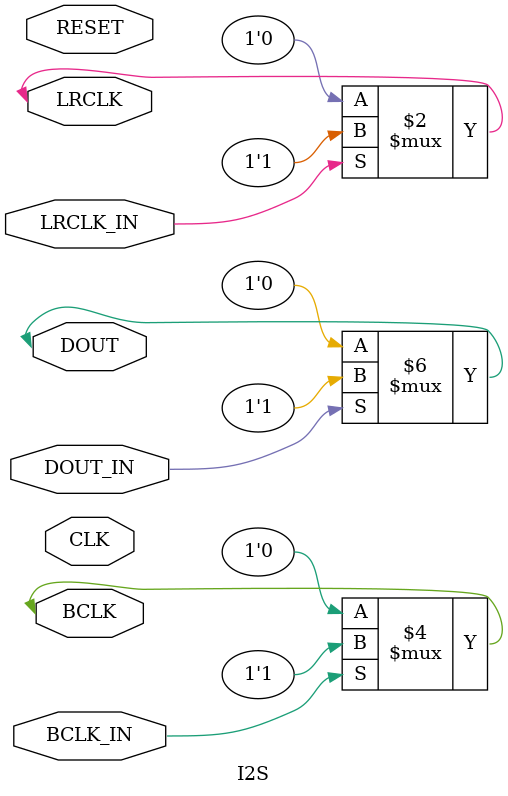
<source format=v>
module I2S (
    CLK, RESET,
    LRCLK_IN, BCLK_IN, DOUT_IN,
    LRCLK, BCLK, DOUT
);

input CLK, RESET;
inout LRCLK_IN, BCLK_IN, DOUT_IN;
inout LRCLK, DOUT, BCLK;


assign LRCLK = (LRCLK_IN == 1'b1) ? 1'b1 : 1'b0;
assign BCLK  = (BCLK_IN  == 1'b1) ? 1'b1 : 1'b0;
assign DOUT  = (DOUT_IN  == 1'b1) ? 1'b1 : 1'b0;

endmodule
</source>
